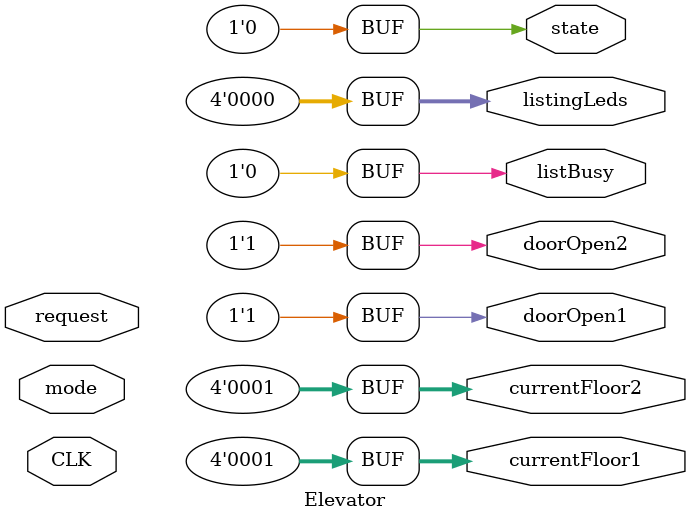
<source format=v>
`timescale 1ns / 1ps

module Elevator(input CLK,
					input [1:0] mode,
					input [3:0] request,
					output reg[3:0] currentFloor1,
					output reg[3:0] currentFloor2,
					output reg doorOpen1, 
					output reg doorOpen2, 
					output reg [3:0] listingLeds,
					output reg listBusy,
					output reg state);

//Write your code below

initial begin
	currentFloor1[3:0] = 1;
	currentFloor2[3:0] = 1;
	doorOpen1=1;
	doorOpen2=1;
	listingLeds=4'b0000;
	listBusy = 0;
	state = 0;

end

endmodule
</source>
